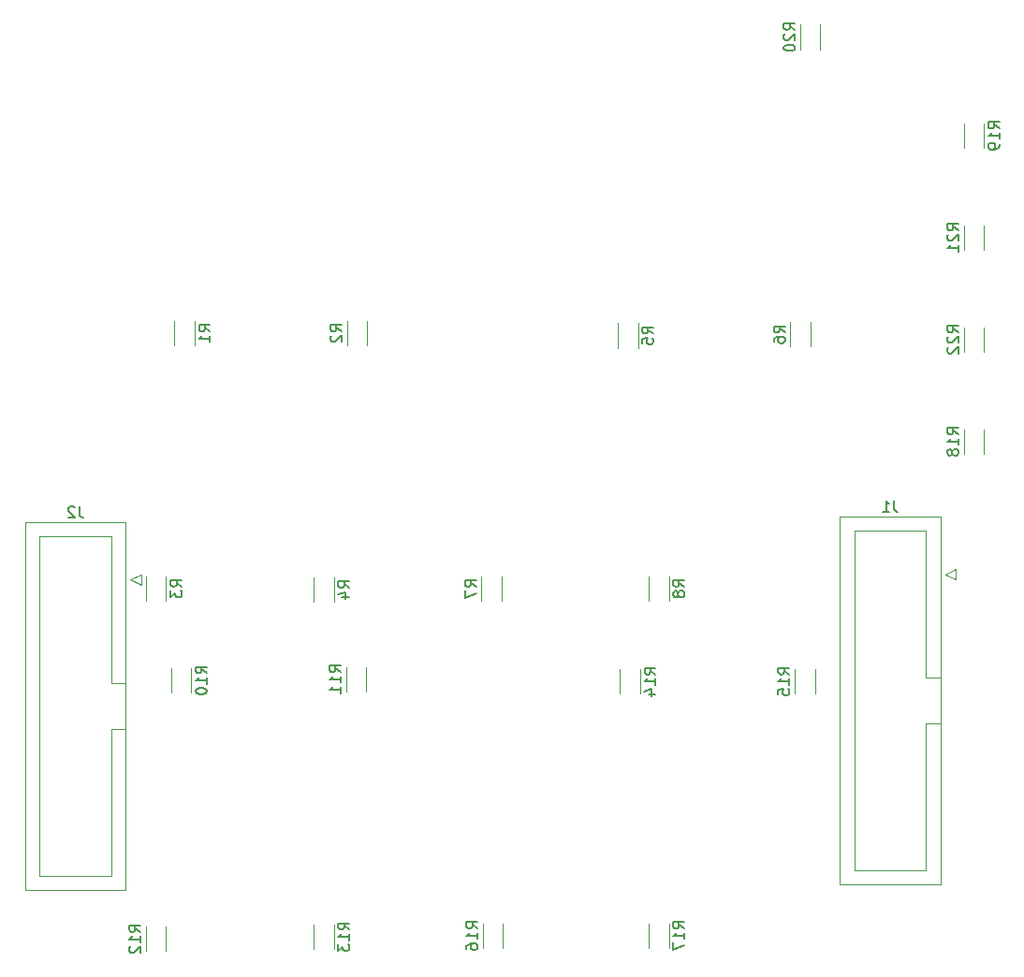
<source format=gbr>
%TF.GenerationSoftware,KiCad,Pcbnew,(5.1.6-0-10_14)*%
%TF.CreationDate,2020-08-30T21:59:19+02:00*%
%TF.ProjectId,sequencer-pcb,73657175-656e-4636-9572-2d7063622e6b,rev?*%
%TF.SameCoordinates,Original*%
%TF.FileFunction,Legend,Bot*%
%TF.FilePolarity,Positive*%
%FSLAX46Y46*%
G04 Gerber Fmt 4.6, Leading zero omitted, Abs format (unit mm)*
G04 Created by KiCad (PCBNEW (5.1.6-0-10_14)) date 2020-08-30 21:59:19*
%MOMM*%
%LPD*%
G01*
G04 APERTURE LIST*
%ADD10C,0.120000*%
%ADD11C,0.150000*%
G04 APERTURE END LIST*
D10*
%TO.C,J2*%
X112780000Y-103500000D02*
X111780000Y-103000000D01*
X112780000Y-102500000D02*
X112780000Y-103500000D01*
X111780000Y-103000000D02*
X112780000Y-102500000D01*
X110080000Y-116480000D02*
X111390000Y-116480000D01*
X110080000Y-116480000D02*
X110080000Y-116480000D01*
X110080000Y-129770000D02*
X110080000Y-116480000D01*
X103580000Y-129770000D02*
X110080000Y-129770000D01*
X103580000Y-99090000D02*
X103580000Y-129770000D01*
X110080000Y-99090000D02*
X103580000Y-99090000D01*
X110080000Y-112380000D02*
X110080000Y-99090000D01*
X111390000Y-112380000D02*
X110080000Y-112380000D01*
X111390000Y-131070000D02*
X111390000Y-97790000D01*
X102270000Y-131070000D02*
X111390000Y-131070000D01*
X102270000Y-97790000D02*
X102270000Y-131070000D01*
X111390000Y-97790000D02*
X102270000Y-97790000D01*
%TO.C,J1*%
X185086000Y-97292000D02*
X175966000Y-97292000D01*
X175966000Y-97292000D02*
X175966000Y-130572000D01*
X175966000Y-130572000D02*
X185086000Y-130572000D01*
X185086000Y-130572000D02*
X185086000Y-97292000D01*
X185086000Y-111882000D02*
X183776000Y-111882000D01*
X183776000Y-111882000D02*
X183776000Y-98592000D01*
X183776000Y-98592000D02*
X177276000Y-98592000D01*
X177276000Y-98592000D02*
X177276000Y-129272000D01*
X177276000Y-129272000D02*
X183776000Y-129272000D01*
X183776000Y-129272000D02*
X183776000Y-115982000D01*
X183776000Y-115982000D02*
X183776000Y-115982000D01*
X183776000Y-115982000D02*
X185086000Y-115982000D01*
X185476000Y-102502000D02*
X186476000Y-102002000D01*
X186476000Y-102002000D02*
X186476000Y-103002000D01*
X186476000Y-103002000D02*
X185476000Y-102502000D01*
%TO.C,R15*%
X173710000Y-111088748D02*
X173710000Y-113311252D01*
X171890000Y-111088748D02*
X171890000Y-113311252D01*
%TO.C,R22*%
X187190000Y-80155414D02*
X187190000Y-82377918D01*
X189010000Y-80155414D02*
X189010000Y-82377918D01*
%TO.C,R21*%
X187190000Y-70922081D02*
X187190000Y-73144585D01*
X189010000Y-70922081D02*
X189010000Y-73144585D01*
%TO.C,R20*%
X172390000Y-52788748D02*
X172390000Y-55011252D01*
X174210000Y-52788748D02*
X174210000Y-55011252D01*
%TO.C,R19*%
X189010000Y-63911252D02*
X189010000Y-61688748D01*
X187190000Y-63911252D02*
X187190000Y-61688748D01*
%TO.C,R18*%
X187190000Y-89388748D02*
X187190000Y-91611252D01*
X189010000Y-89388748D02*
X189010000Y-91611252D01*
%TO.C,R17*%
X158690000Y-136311252D02*
X158690000Y-134088748D01*
X160510000Y-136311252D02*
X160510000Y-134088748D01*
%TO.C,R16*%
X145510000Y-134088748D02*
X145510000Y-136311252D01*
X143690000Y-134088748D02*
X143690000Y-136311252D01*
%TO.C,R14*%
X156090000Y-113311252D02*
X156090000Y-111088748D01*
X157910000Y-113311252D02*
X157910000Y-111088748D01*
%TO.C,R13*%
X130210000Y-136411252D02*
X130210000Y-134188748D01*
X128390000Y-136411252D02*
X128390000Y-134188748D01*
%TO.C,R12*%
X115010000Y-134388748D02*
X115010000Y-136611252D01*
X113190000Y-134388748D02*
X113190000Y-136611252D01*
%TO.C,R11*%
X133110000Y-110888748D02*
X133110000Y-113111252D01*
X131290000Y-110888748D02*
X131290000Y-113111252D01*
%TO.C,R10*%
X115490000Y-113211252D02*
X115490000Y-110988748D01*
X117310000Y-113211252D02*
X117310000Y-110988748D01*
%TO.C,R8*%
X158690000Y-104911252D02*
X158690000Y-102688748D01*
X160510000Y-104911252D02*
X160510000Y-102688748D01*
%TO.C,R7*%
X143548000Y-102688748D02*
X143548000Y-104911252D01*
X145368000Y-102688748D02*
X145368000Y-104911252D01*
%TO.C,R6*%
X171490000Y-79688748D02*
X171490000Y-81911252D01*
X173310000Y-79688748D02*
X173310000Y-81911252D01*
%TO.C,R5*%
X155890000Y-82011252D02*
X155890000Y-79788748D01*
X157710000Y-82011252D02*
X157710000Y-79788748D01*
%TO.C,R4*%
X128390000Y-105011252D02*
X128390000Y-102788748D01*
X130210000Y-105011252D02*
X130210000Y-102788748D01*
%TO.C,R3*%
X115010000Y-102688748D02*
X115010000Y-104911252D01*
X113190000Y-102688748D02*
X113190000Y-104911252D01*
%TO.C,R2*%
X133210000Y-79588748D02*
X133210000Y-81811252D01*
X131390000Y-79588748D02*
X131390000Y-81811252D01*
%TO.C,R1*%
X115790000Y-81811252D02*
X115790000Y-79588748D01*
X117610000Y-81811252D02*
X117610000Y-79588748D01*
%TO.C,J2*%
D11*
X107163333Y-96352380D02*
X107163333Y-97066666D01*
X107210952Y-97209523D01*
X107306190Y-97304761D01*
X107449047Y-97352380D01*
X107544285Y-97352380D01*
X106734761Y-96447619D02*
X106687142Y-96400000D01*
X106591904Y-96352380D01*
X106353809Y-96352380D01*
X106258571Y-96400000D01*
X106210952Y-96447619D01*
X106163333Y-96542857D01*
X106163333Y-96638095D01*
X106210952Y-96780952D01*
X106782380Y-97352380D01*
X106163333Y-97352380D01*
%TO.C,J1*%
X180859333Y-95854380D02*
X180859333Y-96568666D01*
X180906952Y-96711523D01*
X181002190Y-96806761D01*
X181145047Y-96854380D01*
X181240285Y-96854380D01*
X179859333Y-96854380D02*
X180430761Y-96854380D01*
X180145047Y-96854380D02*
X180145047Y-95854380D01*
X180240285Y-95997238D01*
X180335523Y-96092476D01*
X180430761Y-96140095D01*
%TO.C,R15*%
X171402380Y-111557142D02*
X170926190Y-111223809D01*
X171402380Y-110985714D02*
X170402380Y-110985714D01*
X170402380Y-111366666D01*
X170450000Y-111461904D01*
X170497619Y-111509523D01*
X170592857Y-111557142D01*
X170735714Y-111557142D01*
X170830952Y-111509523D01*
X170878571Y-111461904D01*
X170926190Y-111366666D01*
X170926190Y-110985714D01*
X171402380Y-112509523D02*
X171402380Y-111938095D01*
X171402380Y-112223809D02*
X170402380Y-112223809D01*
X170545238Y-112128571D01*
X170640476Y-112033333D01*
X170688095Y-111938095D01*
X170402380Y-113414285D02*
X170402380Y-112938095D01*
X170878571Y-112890476D01*
X170830952Y-112938095D01*
X170783333Y-113033333D01*
X170783333Y-113271428D01*
X170830952Y-113366666D01*
X170878571Y-113414285D01*
X170973809Y-113461904D01*
X171211904Y-113461904D01*
X171307142Y-113414285D01*
X171354761Y-113366666D01*
X171402380Y-113271428D01*
X171402380Y-113033333D01*
X171354761Y-112938095D01*
X171307142Y-112890476D01*
%TO.C,R22*%
X186702380Y-80623808D02*
X186226190Y-80290475D01*
X186702380Y-80052380D02*
X185702380Y-80052380D01*
X185702380Y-80433332D01*
X185750000Y-80528570D01*
X185797619Y-80576189D01*
X185892857Y-80623808D01*
X186035714Y-80623808D01*
X186130952Y-80576189D01*
X186178571Y-80528570D01*
X186226190Y-80433332D01*
X186226190Y-80052380D01*
X185797619Y-81004761D02*
X185750000Y-81052380D01*
X185702380Y-81147618D01*
X185702380Y-81385713D01*
X185750000Y-81480951D01*
X185797619Y-81528570D01*
X185892857Y-81576189D01*
X185988095Y-81576189D01*
X186130952Y-81528570D01*
X186702380Y-80957142D01*
X186702380Y-81576189D01*
X185797619Y-81957142D02*
X185750000Y-82004761D01*
X185702380Y-82099999D01*
X185702380Y-82338094D01*
X185750000Y-82433332D01*
X185797619Y-82480951D01*
X185892857Y-82528570D01*
X185988095Y-82528570D01*
X186130952Y-82480951D01*
X186702380Y-81909523D01*
X186702380Y-82528570D01*
%TO.C,R21*%
X186702380Y-71390475D02*
X186226190Y-71057142D01*
X186702380Y-70819047D02*
X185702380Y-70819047D01*
X185702380Y-71199999D01*
X185750000Y-71295237D01*
X185797619Y-71342856D01*
X185892857Y-71390475D01*
X186035714Y-71390475D01*
X186130952Y-71342856D01*
X186178571Y-71295237D01*
X186226190Y-71199999D01*
X186226190Y-70819047D01*
X185797619Y-71771428D02*
X185750000Y-71819047D01*
X185702380Y-71914285D01*
X185702380Y-72152380D01*
X185750000Y-72247618D01*
X185797619Y-72295237D01*
X185892857Y-72342856D01*
X185988095Y-72342856D01*
X186130952Y-72295237D01*
X186702380Y-71723809D01*
X186702380Y-72342856D01*
X186702380Y-73295237D02*
X186702380Y-72723809D01*
X186702380Y-73009523D02*
X185702380Y-73009523D01*
X185845238Y-72914285D01*
X185940476Y-72819047D01*
X185988095Y-72723809D01*
%TO.C,R20*%
X171902380Y-53257142D02*
X171426190Y-52923809D01*
X171902380Y-52685714D02*
X170902380Y-52685714D01*
X170902380Y-53066666D01*
X170950000Y-53161904D01*
X170997619Y-53209523D01*
X171092857Y-53257142D01*
X171235714Y-53257142D01*
X171330952Y-53209523D01*
X171378571Y-53161904D01*
X171426190Y-53066666D01*
X171426190Y-52685714D01*
X170997619Y-53638095D02*
X170950000Y-53685714D01*
X170902380Y-53780952D01*
X170902380Y-54019047D01*
X170950000Y-54114285D01*
X170997619Y-54161904D01*
X171092857Y-54209523D01*
X171188095Y-54209523D01*
X171330952Y-54161904D01*
X171902380Y-53590476D01*
X171902380Y-54209523D01*
X170902380Y-54828571D02*
X170902380Y-54923809D01*
X170950000Y-55019047D01*
X170997619Y-55066666D01*
X171092857Y-55114285D01*
X171283333Y-55161904D01*
X171521428Y-55161904D01*
X171711904Y-55114285D01*
X171807142Y-55066666D01*
X171854761Y-55019047D01*
X171902380Y-54923809D01*
X171902380Y-54828571D01*
X171854761Y-54733333D01*
X171807142Y-54685714D01*
X171711904Y-54638095D01*
X171521428Y-54590476D01*
X171283333Y-54590476D01*
X171092857Y-54638095D01*
X170997619Y-54685714D01*
X170950000Y-54733333D01*
X170902380Y-54828571D01*
%TO.C,R19*%
X190402380Y-62157142D02*
X189926190Y-61823809D01*
X190402380Y-61585714D02*
X189402380Y-61585714D01*
X189402380Y-61966666D01*
X189450000Y-62061904D01*
X189497619Y-62109523D01*
X189592857Y-62157142D01*
X189735714Y-62157142D01*
X189830952Y-62109523D01*
X189878571Y-62061904D01*
X189926190Y-61966666D01*
X189926190Y-61585714D01*
X190402380Y-63109523D02*
X190402380Y-62538095D01*
X190402380Y-62823809D02*
X189402380Y-62823809D01*
X189545238Y-62728571D01*
X189640476Y-62633333D01*
X189688095Y-62538095D01*
X190402380Y-63585714D02*
X190402380Y-63776190D01*
X190354761Y-63871428D01*
X190307142Y-63919047D01*
X190164285Y-64014285D01*
X189973809Y-64061904D01*
X189592857Y-64061904D01*
X189497619Y-64014285D01*
X189450000Y-63966666D01*
X189402380Y-63871428D01*
X189402380Y-63680952D01*
X189450000Y-63585714D01*
X189497619Y-63538095D01*
X189592857Y-63490476D01*
X189830952Y-63490476D01*
X189926190Y-63538095D01*
X189973809Y-63585714D01*
X190021428Y-63680952D01*
X190021428Y-63871428D01*
X189973809Y-63966666D01*
X189926190Y-64014285D01*
X189830952Y-64061904D01*
%TO.C,R18*%
X186702380Y-89857142D02*
X186226190Y-89523809D01*
X186702380Y-89285714D02*
X185702380Y-89285714D01*
X185702380Y-89666666D01*
X185750000Y-89761904D01*
X185797619Y-89809523D01*
X185892857Y-89857142D01*
X186035714Y-89857142D01*
X186130952Y-89809523D01*
X186178571Y-89761904D01*
X186226190Y-89666666D01*
X186226190Y-89285714D01*
X186702380Y-90809523D02*
X186702380Y-90238095D01*
X186702380Y-90523809D02*
X185702380Y-90523809D01*
X185845238Y-90428571D01*
X185940476Y-90333333D01*
X185988095Y-90238095D01*
X186130952Y-91380952D02*
X186083333Y-91285714D01*
X186035714Y-91238095D01*
X185940476Y-91190476D01*
X185892857Y-91190476D01*
X185797619Y-91238095D01*
X185750000Y-91285714D01*
X185702380Y-91380952D01*
X185702380Y-91571428D01*
X185750000Y-91666666D01*
X185797619Y-91714285D01*
X185892857Y-91761904D01*
X185940476Y-91761904D01*
X186035714Y-91714285D01*
X186083333Y-91666666D01*
X186130952Y-91571428D01*
X186130952Y-91380952D01*
X186178571Y-91285714D01*
X186226190Y-91238095D01*
X186321428Y-91190476D01*
X186511904Y-91190476D01*
X186607142Y-91238095D01*
X186654761Y-91285714D01*
X186702380Y-91380952D01*
X186702380Y-91571428D01*
X186654761Y-91666666D01*
X186607142Y-91714285D01*
X186511904Y-91761904D01*
X186321428Y-91761904D01*
X186226190Y-91714285D01*
X186178571Y-91666666D01*
X186130952Y-91571428D01*
%TO.C,R17*%
X161902380Y-134557142D02*
X161426190Y-134223809D01*
X161902380Y-133985714D02*
X160902380Y-133985714D01*
X160902380Y-134366666D01*
X160950000Y-134461904D01*
X160997619Y-134509523D01*
X161092857Y-134557142D01*
X161235714Y-134557142D01*
X161330952Y-134509523D01*
X161378571Y-134461904D01*
X161426190Y-134366666D01*
X161426190Y-133985714D01*
X161902380Y-135509523D02*
X161902380Y-134938095D01*
X161902380Y-135223809D02*
X160902380Y-135223809D01*
X161045238Y-135128571D01*
X161140476Y-135033333D01*
X161188095Y-134938095D01*
X160902380Y-135842857D02*
X160902380Y-136509523D01*
X161902380Y-136080952D01*
%TO.C,R16*%
X143202380Y-134557142D02*
X142726190Y-134223809D01*
X143202380Y-133985714D02*
X142202380Y-133985714D01*
X142202380Y-134366666D01*
X142250000Y-134461904D01*
X142297619Y-134509523D01*
X142392857Y-134557142D01*
X142535714Y-134557142D01*
X142630952Y-134509523D01*
X142678571Y-134461904D01*
X142726190Y-134366666D01*
X142726190Y-133985714D01*
X143202380Y-135509523D02*
X143202380Y-134938095D01*
X143202380Y-135223809D02*
X142202380Y-135223809D01*
X142345238Y-135128571D01*
X142440476Y-135033333D01*
X142488095Y-134938095D01*
X142202380Y-136366666D02*
X142202380Y-136176190D01*
X142250000Y-136080952D01*
X142297619Y-136033333D01*
X142440476Y-135938095D01*
X142630952Y-135890476D01*
X143011904Y-135890476D01*
X143107142Y-135938095D01*
X143154761Y-135985714D01*
X143202380Y-136080952D01*
X143202380Y-136271428D01*
X143154761Y-136366666D01*
X143107142Y-136414285D01*
X143011904Y-136461904D01*
X142773809Y-136461904D01*
X142678571Y-136414285D01*
X142630952Y-136366666D01*
X142583333Y-136271428D01*
X142583333Y-136080952D01*
X142630952Y-135985714D01*
X142678571Y-135938095D01*
X142773809Y-135890476D01*
%TO.C,R14*%
X159302380Y-111557142D02*
X158826190Y-111223809D01*
X159302380Y-110985714D02*
X158302380Y-110985714D01*
X158302380Y-111366666D01*
X158350000Y-111461904D01*
X158397619Y-111509523D01*
X158492857Y-111557142D01*
X158635714Y-111557142D01*
X158730952Y-111509523D01*
X158778571Y-111461904D01*
X158826190Y-111366666D01*
X158826190Y-110985714D01*
X159302380Y-112509523D02*
X159302380Y-111938095D01*
X159302380Y-112223809D02*
X158302380Y-112223809D01*
X158445238Y-112128571D01*
X158540476Y-112033333D01*
X158588095Y-111938095D01*
X158635714Y-113366666D02*
X159302380Y-113366666D01*
X158254761Y-113128571D02*
X158969047Y-112890476D01*
X158969047Y-113509523D01*
%TO.C,R13*%
X131602380Y-134657142D02*
X131126190Y-134323809D01*
X131602380Y-134085714D02*
X130602380Y-134085714D01*
X130602380Y-134466666D01*
X130650000Y-134561904D01*
X130697619Y-134609523D01*
X130792857Y-134657142D01*
X130935714Y-134657142D01*
X131030952Y-134609523D01*
X131078571Y-134561904D01*
X131126190Y-134466666D01*
X131126190Y-134085714D01*
X131602380Y-135609523D02*
X131602380Y-135038095D01*
X131602380Y-135323809D02*
X130602380Y-135323809D01*
X130745238Y-135228571D01*
X130840476Y-135133333D01*
X130888095Y-135038095D01*
X130602380Y-135942857D02*
X130602380Y-136561904D01*
X130983333Y-136228571D01*
X130983333Y-136371428D01*
X131030952Y-136466666D01*
X131078571Y-136514285D01*
X131173809Y-136561904D01*
X131411904Y-136561904D01*
X131507142Y-136514285D01*
X131554761Y-136466666D01*
X131602380Y-136371428D01*
X131602380Y-136085714D01*
X131554761Y-135990476D01*
X131507142Y-135942857D01*
%TO.C,R12*%
X112702380Y-134857142D02*
X112226190Y-134523809D01*
X112702380Y-134285714D02*
X111702380Y-134285714D01*
X111702380Y-134666666D01*
X111750000Y-134761904D01*
X111797619Y-134809523D01*
X111892857Y-134857142D01*
X112035714Y-134857142D01*
X112130952Y-134809523D01*
X112178571Y-134761904D01*
X112226190Y-134666666D01*
X112226190Y-134285714D01*
X112702380Y-135809523D02*
X112702380Y-135238095D01*
X112702380Y-135523809D02*
X111702380Y-135523809D01*
X111845238Y-135428571D01*
X111940476Y-135333333D01*
X111988095Y-135238095D01*
X111797619Y-136190476D02*
X111750000Y-136238095D01*
X111702380Y-136333333D01*
X111702380Y-136571428D01*
X111750000Y-136666666D01*
X111797619Y-136714285D01*
X111892857Y-136761904D01*
X111988095Y-136761904D01*
X112130952Y-136714285D01*
X112702380Y-136142857D01*
X112702380Y-136761904D01*
%TO.C,R11*%
X130802380Y-111357142D02*
X130326190Y-111023809D01*
X130802380Y-110785714D02*
X129802380Y-110785714D01*
X129802380Y-111166666D01*
X129850000Y-111261904D01*
X129897619Y-111309523D01*
X129992857Y-111357142D01*
X130135714Y-111357142D01*
X130230952Y-111309523D01*
X130278571Y-111261904D01*
X130326190Y-111166666D01*
X130326190Y-110785714D01*
X130802380Y-112309523D02*
X130802380Y-111738095D01*
X130802380Y-112023809D02*
X129802380Y-112023809D01*
X129945238Y-111928571D01*
X130040476Y-111833333D01*
X130088095Y-111738095D01*
X130802380Y-113261904D02*
X130802380Y-112690476D01*
X130802380Y-112976190D02*
X129802380Y-112976190D01*
X129945238Y-112880952D01*
X130040476Y-112785714D01*
X130088095Y-112690476D01*
%TO.C,R10*%
X118702380Y-111457142D02*
X118226190Y-111123809D01*
X118702380Y-110885714D02*
X117702380Y-110885714D01*
X117702380Y-111266666D01*
X117750000Y-111361904D01*
X117797619Y-111409523D01*
X117892857Y-111457142D01*
X118035714Y-111457142D01*
X118130952Y-111409523D01*
X118178571Y-111361904D01*
X118226190Y-111266666D01*
X118226190Y-110885714D01*
X118702380Y-112409523D02*
X118702380Y-111838095D01*
X118702380Y-112123809D02*
X117702380Y-112123809D01*
X117845238Y-112028571D01*
X117940476Y-111933333D01*
X117988095Y-111838095D01*
X117702380Y-113028571D02*
X117702380Y-113123809D01*
X117750000Y-113219047D01*
X117797619Y-113266666D01*
X117892857Y-113314285D01*
X118083333Y-113361904D01*
X118321428Y-113361904D01*
X118511904Y-113314285D01*
X118607142Y-113266666D01*
X118654761Y-113219047D01*
X118702380Y-113123809D01*
X118702380Y-113028571D01*
X118654761Y-112933333D01*
X118607142Y-112885714D01*
X118511904Y-112838095D01*
X118321428Y-112790476D01*
X118083333Y-112790476D01*
X117892857Y-112838095D01*
X117797619Y-112885714D01*
X117750000Y-112933333D01*
X117702380Y-113028571D01*
%TO.C,R8*%
X161902380Y-103633333D02*
X161426190Y-103300000D01*
X161902380Y-103061904D02*
X160902380Y-103061904D01*
X160902380Y-103442857D01*
X160950000Y-103538095D01*
X160997619Y-103585714D01*
X161092857Y-103633333D01*
X161235714Y-103633333D01*
X161330952Y-103585714D01*
X161378571Y-103538095D01*
X161426190Y-103442857D01*
X161426190Y-103061904D01*
X161330952Y-104204761D02*
X161283333Y-104109523D01*
X161235714Y-104061904D01*
X161140476Y-104014285D01*
X161092857Y-104014285D01*
X160997619Y-104061904D01*
X160950000Y-104109523D01*
X160902380Y-104204761D01*
X160902380Y-104395238D01*
X160950000Y-104490476D01*
X160997619Y-104538095D01*
X161092857Y-104585714D01*
X161140476Y-104585714D01*
X161235714Y-104538095D01*
X161283333Y-104490476D01*
X161330952Y-104395238D01*
X161330952Y-104204761D01*
X161378571Y-104109523D01*
X161426190Y-104061904D01*
X161521428Y-104014285D01*
X161711904Y-104014285D01*
X161807142Y-104061904D01*
X161854761Y-104109523D01*
X161902380Y-104204761D01*
X161902380Y-104395238D01*
X161854761Y-104490476D01*
X161807142Y-104538095D01*
X161711904Y-104585714D01*
X161521428Y-104585714D01*
X161426190Y-104538095D01*
X161378571Y-104490476D01*
X161330952Y-104395238D01*
%TO.C,R7*%
X143060380Y-103633333D02*
X142584190Y-103300000D01*
X143060380Y-103061904D02*
X142060380Y-103061904D01*
X142060380Y-103442857D01*
X142108000Y-103538095D01*
X142155619Y-103585714D01*
X142250857Y-103633333D01*
X142393714Y-103633333D01*
X142488952Y-103585714D01*
X142536571Y-103538095D01*
X142584190Y-103442857D01*
X142584190Y-103061904D01*
X142060380Y-103966666D02*
X142060380Y-104633333D01*
X143060380Y-104204761D01*
%TO.C,R6*%
X171002380Y-80633333D02*
X170526190Y-80300000D01*
X171002380Y-80061904D02*
X170002380Y-80061904D01*
X170002380Y-80442857D01*
X170050000Y-80538095D01*
X170097619Y-80585714D01*
X170192857Y-80633333D01*
X170335714Y-80633333D01*
X170430952Y-80585714D01*
X170478571Y-80538095D01*
X170526190Y-80442857D01*
X170526190Y-80061904D01*
X170002380Y-81490476D02*
X170002380Y-81300000D01*
X170050000Y-81204761D01*
X170097619Y-81157142D01*
X170240476Y-81061904D01*
X170430952Y-81014285D01*
X170811904Y-81014285D01*
X170907142Y-81061904D01*
X170954761Y-81109523D01*
X171002380Y-81204761D01*
X171002380Y-81395238D01*
X170954761Y-81490476D01*
X170907142Y-81538095D01*
X170811904Y-81585714D01*
X170573809Y-81585714D01*
X170478571Y-81538095D01*
X170430952Y-81490476D01*
X170383333Y-81395238D01*
X170383333Y-81204761D01*
X170430952Y-81109523D01*
X170478571Y-81061904D01*
X170573809Y-81014285D01*
%TO.C,R5*%
X159102380Y-80733333D02*
X158626190Y-80400000D01*
X159102380Y-80161904D02*
X158102380Y-80161904D01*
X158102380Y-80542857D01*
X158150000Y-80638095D01*
X158197619Y-80685714D01*
X158292857Y-80733333D01*
X158435714Y-80733333D01*
X158530952Y-80685714D01*
X158578571Y-80638095D01*
X158626190Y-80542857D01*
X158626190Y-80161904D01*
X158102380Y-81638095D02*
X158102380Y-81161904D01*
X158578571Y-81114285D01*
X158530952Y-81161904D01*
X158483333Y-81257142D01*
X158483333Y-81495238D01*
X158530952Y-81590476D01*
X158578571Y-81638095D01*
X158673809Y-81685714D01*
X158911904Y-81685714D01*
X159007142Y-81638095D01*
X159054761Y-81590476D01*
X159102380Y-81495238D01*
X159102380Y-81257142D01*
X159054761Y-81161904D01*
X159007142Y-81114285D01*
%TO.C,R4*%
X131602380Y-103733333D02*
X131126190Y-103400000D01*
X131602380Y-103161904D02*
X130602380Y-103161904D01*
X130602380Y-103542857D01*
X130650000Y-103638095D01*
X130697619Y-103685714D01*
X130792857Y-103733333D01*
X130935714Y-103733333D01*
X131030952Y-103685714D01*
X131078571Y-103638095D01*
X131126190Y-103542857D01*
X131126190Y-103161904D01*
X130935714Y-104590476D02*
X131602380Y-104590476D01*
X130554761Y-104352380D02*
X131269047Y-104114285D01*
X131269047Y-104733333D01*
%TO.C,R3*%
X116452380Y-103633333D02*
X115976190Y-103300000D01*
X116452380Y-103061904D02*
X115452380Y-103061904D01*
X115452380Y-103442857D01*
X115500000Y-103538095D01*
X115547619Y-103585714D01*
X115642857Y-103633333D01*
X115785714Y-103633333D01*
X115880952Y-103585714D01*
X115928571Y-103538095D01*
X115976190Y-103442857D01*
X115976190Y-103061904D01*
X115452380Y-103966666D02*
X115452380Y-104585714D01*
X115833333Y-104252380D01*
X115833333Y-104395238D01*
X115880952Y-104490476D01*
X115928571Y-104538095D01*
X116023809Y-104585714D01*
X116261904Y-104585714D01*
X116357142Y-104538095D01*
X116404761Y-104490476D01*
X116452380Y-104395238D01*
X116452380Y-104109523D01*
X116404761Y-104014285D01*
X116357142Y-103966666D01*
%TO.C,R2*%
X130902380Y-80533333D02*
X130426190Y-80200000D01*
X130902380Y-79961904D02*
X129902380Y-79961904D01*
X129902380Y-80342857D01*
X129950000Y-80438095D01*
X129997619Y-80485714D01*
X130092857Y-80533333D01*
X130235714Y-80533333D01*
X130330952Y-80485714D01*
X130378571Y-80438095D01*
X130426190Y-80342857D01*
X130426190Y-79961904D01*
X129997619Y-80914285D02*
X129950000Y-80961904D01*
X129902380Y-81057142D01*
X129902380Y-81295238D01*
X129950000Y-81390476D01*
X129997619Y-81438095D01*
X130092857Y-81485714D01*
X130188095Y-81485714D01*
X130330952Y-81438095D01*
X130902380Y-80866666D01*
X130902380Y-81485714D01*
%TO.C,R1*%
X119002380Y-80533333D02*
X118526190Y-80200000D01*
X119002380Y-79961904D02*
X118002380Y-79961904D01*
X118002380Y-80342857D01*
X118050000Y-80438095D01*
X118097619Y-80485714D01*
X118192857Y-80533333D01*
X118335714Y-80533333D01*
X118430952Y-80485714D01*
X118478571Y-80438095D01*
X118526190Y-80342857D01*
X118526190Y-79961904D01*
X119002380Y-81485714D02*
X119002380Y-80914285D01*
X119002380Y-81200000D02*
X118002380Y-81200000D01*
X118145238Y-81104761D01*
X118240476Y-81009523D01*
X118288095Y-80914285D01*
%TD*%
M02*

</source>
